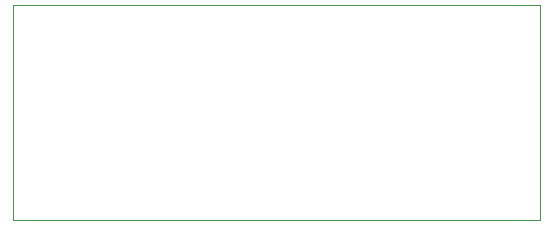
<source format=gbr>
%TF.GenerationSoftware,KiCad,Pcbnew,9.0.6*%
%TF.CreationDate,2026-02-19T21:20:34+01:00*%
%TF.ProjectId,TankIR_Breaker,54616e6b-4952-45f4-9272-65616b65722e,rev?*%
%TF.SameCoordinates,Original*%
%TF.FileFunction,Profile,NP*%
%FSLAX46Y46*%
G04 Gerber Fmt 4.6, Leading zero omitted, Abs format (unit mm)*
G04 Created by KiCad (PCBNEW 9.0.6) date 2026-02-19 21:20:34*
%MOMM*%
%LPD*%
G01*
G04 APERTURE LIST*
%TA.AperFunction,Profile*%
%ADD10C,0.050000*%
%TD*%
G04 APERTURE END LIST*
D10*
X77500000Y-56800000D02*
X122100000Y-56800000D01*
X122100000Y-75000000D01*
X77500000Y-75000000D01*
X77500000Y-56800000D01*
M02*

</source>
